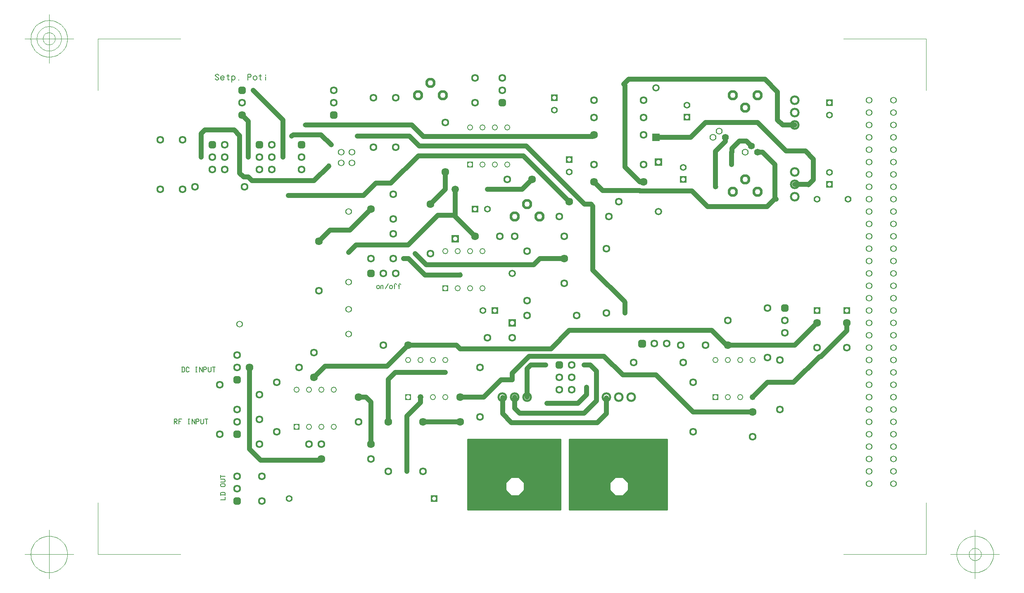
<source format=gbr>
G04 Generated by Ultiboard 10.0 *
%FSLAX25Y25*%
%MOIN*%

%ADD14C,0.04000*%
%ADD44C,0.00612*%
%ADD45C,0.00757*%
%ADD27C,0.01000*%
%ADD22C,0.00394*%
%ADD28C,0.03937X0.02362*%
%ADD31C,0.08334X0.04333*%
%ADD30C,0.05500X0.04000*%
%ADD29C,0.06334X0.03500*%
%ADD37R,0.05906X0.05906X0.03543*%
%ADD36C,0.05906X0.03543*%
%ADD32R,0.04900X0.04900X0.03500*%
%ADD33C,0.04900X0.03500*%
%ADD41C,0.05337X0.03937*%
%ADD34C,0.05512X0.03150*%
%ADD35R,0.05512X0.05512X0.03150*%
%ADD38R,0.02083X0.02083X0.03917*%
%ADD18C,0.03917*%
%ADD40C,0.07834X0.04667*%


G04 ColorRGB 00FF00 for the following layer *
%LNCopper Top*%
%LPD*%
%FSLAX25Y25*%
%MOIN*%
G54D14*
X457666Y266000D02*
X505625Y266000D01*
X505625Y266000D02*
X511625Y272000D01*
X512000Y300000D02*
X502000Y310000D01*
X502000Y310000D02*
X498000Y310000D01*
X498000Y334000D02*
X521000Y311000D01*
X514000Y358813D02*
X503813Y369000D01*
X394000Y369000D02*
X503813Y369000D01*
X494000Y112000D02*
X506000Y124000D01*
X506000Y124000D02*
X527000Y124000D01*
X473000Y154000D02*
X528000Y154000D01*
X229450Y210900D02*
X257900Y210900D01*
X228150Y322850D02*
X364850Y322850D01*
X224250Y307250D02*
X308943Y307250D01*
X225000Y315000D02*
X311000Y315000D01*
X254000Y280000D02*
X254000Y258000D01*
X254000Y258000D02*
X270000Y242000D01*
X317088Y218953D02*
X230497Y218953D01*
X240000Y259000D02*
X254000Y259000D01*
X255000Y154000D02*
X216000Y154000D01*
X228000Y92000D02*
X258000Y92000D01*
X255000Y154000D02*
X257800Y151200D01*
X186000Y264000D02*
X169000Y247000D01*
X216000Y235000D02*
X240000Y259000D01*
X97000Y61000D02*
X146293Y61000D01*
X88000Y70000D02*
X88000Y136000D01*
X88000Y70000D02*
X97000Y61000D01*
X140000Y128000D02*
X149000Y137000D01*
X200000Y126375D02*
X205625Y132000D01*
X200000Y92350D02*
X200000Y126375D01*
X186000Y108000D02*
X186000Y74000D01*
X186000Y108000D02*
X182000Y112000D01*
X146000Y63000D02*
X146000Y62000D01*
X182000Y112000D02*
X176000Y112000D01*
X215000Y52000D02*
X215000Y96864D01*
X226000Y107864D02*
X215000Y96864D01*
X226000Y112000D02*
X226000Y107864D01*
X174000Y235000D02*
X216000Y235000D01*
X149000Y137000D02*
X199000Y137000D01*
X153000Y247000D02*
X169000Y247000D01*
X144000Y238000D02*
X153000Y247000D01*
X168000Y229000D02*
X174000Y235000D01*
X205625Y132000D02*
X246000Y132000D01*
X199000Y137000D02*
X216000Y154000D01*
X216350Y224000D02*
X229450Y210900D01*
X221450Y228000D02*
X230497Y218953D01*
X216350Y224000D02*
X212250Y224000D01*
X180046Y275000D02*
X119125Y275000D01*
X91000Y287000D02*
X140050Y287000D01*
X123100Y324100D02*
X144750Y324100D01*
X122000Y323000D02*
X123100Y324100D01*
X52000Y328000D02*
X75468Y328000D01*
X49000Y325000D02*
X49000Y306000D01*
X49000Y325000D02*
X52000Y328000D01*
X87000Y306000D02*
X87000Y335000D01*
X80000Y293068D02*
X80000Y323468D01*
X115000Y306000D02*
X115000Y336000D01*
X87000Y290000D02*
X90000Y287000D01*
X80000Y293068D02*
X83068Y290000D01*
X83068Y290000D02*
X87000Y290000D01*
X115000Y336000D02*
X91000Y360000D01*
X87000Y335000D02*
X82000Y340000D01*
X75468Y328000D02*
X80000Y323468D01*
X202000Y285000D02*
X190046Y285000D01*
X190046Y285000D02*
X180046Y275000D01*
X217000Y323000D02*
X175000Y323000D01*
X133100Y332100D02*
X218900Y332100D01*
X145550Y324200D02*
X153750Y316000D01*
X151750Y298700D02*
X140050Y287000D01*
X217000Y323000D02*
X225000Y315000D01*
X224250Y307250D02*
X202000Y285000D01*
X234000Y268000D02*
X246000Y280000D01*
X246000Y280000D02*
X246000Y294000D01*
X228150Y322850D02*
X218900Y332100D01*
X365000Y214750D02*
X365000Y266568D01*
X368650Y91500D02*
X376000Y98850D01*
X376000Y98850D02*
X376000Y111500D01*
X346000Y166000D02*
X461000Y166000D01*
X313715Y145200D02*
X373998Y145200D01*
X374000Y145196D02*
X389196Y130000D01*
X365000Y214750D02*
X390450Y189300D01*
X368000Y109000D02*
X368000Y133000D01*
X312000Y135000D02*
X312000Y112000D01*
X300000Y126000D02*
X291000Y126000D01*
X291000Y126000D02*
X277000Y112000D01*
X300000Y126000D02*
X300000Y131485D01*
X299354Y91500D02*
X368650Y91500D01*
X306000Y99000D02*
X358000Y99000D01*
X277000Y112000D02*
X258000Y112000D01*
X292083Y98771D02*
X299354Y91500D01*
X302000Y103000D02*
X302000Y112000D01*
X302000Y103000D02*
X306000Y99000D01*
X292083Y111917D02*
X292083Y98771D01*
X353000Y107000D02*
X328000Y107000D01*
X358000Y99000D02*
X368000Y109000D01*
X360000Y114000D02*
X360000Y120000D01*
X360000Y114000D02*
X353000Y107000D01*
X322136Y224000D02*
X317088Y218953D01*
X312000Y135000D02*
X315000Y138000D01*
X315000Y138000D02*
X327000Y138000D01*
X257800Y151200D02*
X331200Y151200D01*
X300000Y131485D02*
X313715Y145200D01*
X331200Y151200D02*
X346000Y166000D01*
X368000Y133000D02*
X363000Y138000D01*
X363000Y138000D02*
X358000Y138000D01*
X342000Y224000D02*
X322136Y224000D01*
X416000Y130000D02*
X446000Y100000D01*
X446000Y100000D02*
X494000Y100000D01*
X391000Y188750D02*
X391000Y180000D01*
X389196Y130000D02*
X416000Y130000D01*
X461000Y166000D02*
X473000Y154000D01*
X373000Y279000D02*
X402864Y279000D01*
X308000Y280000D02*
X316000Y288000D01*
X346000Y270193D02*
X308943Y307250D01*
X311136Y315000D02*
X358136Y268000D01*
X280000Y280000D02*
X308000Y280000D01*
X366000Y286000D02*
X373000Y279000D01*
X358136Y268000D02*
X363568Y268000D01*
X363568Y268000D02*
X365000Y266568D01*
X366000Y324000D02*
X364850Y322850D01*
X403031Y278833D02*
X444833Y278833D01*
X444833Y278833D02*
X457666Y266000D01*
X444000Y322000D02*
X416000Y322000D01*
X444000Y322000D02*
X456000Y334000D01*
X391000Y298000D02*
X391000Y364000D01*
X403000Y286000D02*
X406000Y286000D01*
X391000Y298000D02*
X403000Y286000D01*
X394000Y369000D02*
X390000Y365000D01*
X390000Y365000D02*
X391000Y364000D01*
X493000Y315000D02*
X489000Y319000D01*
X477250Y310250D02*
X477250Y313000D01*
X483250Y319000D02*
X477250Y313000D01*
X464000Y310600D02*
X472000Y318600D01*
X472000Y318600D02*
X472000Y322000D01*
X464000Y282250D02*
X464000Y310600D01*
X477000Y310000D02*
X477000Y300000D01*
X477250Y310250D02*
X477000Y310000D01*
X456000Y334000D02*
X498000Y334000D01*
X483250Y319000D02*
X489000Y319000D01*
X527000Y124000D02*
X547833Y144833D01*
X548969Y144833D02*
X570000Y165864D01*
X570000Y165864D02*
X570000Y172000D01*
X546000Y172000D02*
X528000Y154000D01*
X547833Y144833D02*
X548969Y144833D01*
X521000Y311000D02*
X536402Y311000D01*
X536402Y311000D02*
X543000Y304402D01*
X543000Y287750D02*
X539000Y283750D01*
X538750Y284000D02*
X528000Y284000D01*
X512000Y272813D02*
X512000Y300000D01*
X511625Y272000D02*
X512812Y272000D01*
X512812Y272000D02*
X512000Y272813D01*
X543000Y287750D02*
X543000Y304402D01*
X514000Y336250D02*
X514000Y358813D01*
X518250Y332000D02*
X528000Y332000D01*
X518250Y332000D02*
X514000Y336250D01*
G54D44*
X64394Y29227D02*
X68331Y29227D01*
X68331Y29227D02*
X68331Y31578D01*
X68331Y32754D02*
X68331Y34322D01*
X68331Y34322D02*
X67543Y35106D01*
X67543Y35106D02*
X65181Y35106D01*
X65181Y35106D02*
X64394Y34322D01*
X64394Y34322D02*
X64394Y32754D01*
X64394Y33146D02*
X68331Y33146D01*
X67543Y39809D02*
X68331Y40593D01*
X68331Y40593D02*
X68331Y41377D01*
X68331Y41377D02*
X67543Y42161D01*
X67543Y42161D02*
X65181Y42161D01*
X65181Y42161D02*
X64394Y41377D01*
X64394Y41377D02*
X64394Y40593D01*
X64394Y40593D02*
X65181Y39809D01*
X65181Y39809D02*
X67543Y39809D01*
X64394Y43337D02*
X67543Y43337D01*
X67543Y43337D02*
X68331Y44121D01*
X68331Y44121D02*
X68331Y44905D01*
X68331Y44905D02*
X67543Y45689D01*
X67543Y45689D02*
X64394Y45689D01*
X68331Y48040D02*
X64394Y48040D01*
X64394Y46864D02*
X64394Y49216D01*
X27282Y90425D02*
X27282Y94362D01*
X27282Y94362D02*
X28850Y94362D01*
X28850Y94362D02*
X29633Y93575D01*
X29633Y93575D02*
X29633Y93181D01*
X29633Y93181D02*
X28850Y92394D01*
X28850Y92394D02*
X27282Y92394D01*
X27674Y92394D02*
X29633Y90425D01*
X30809Y90425D02*
X30809Y94362D01*
X30809Y94362D02*
X33161Y94362D01*
X30809Y92394D02*
X32377Y92394D01*
X38648Y90425D02*
X39432Y90425D01*
X38648Y94362D02*
X39432Y94362D01*
X39040Y90425D02*
X39040Y94362D01*
X41392Y90425D02*
X41392Y94362D01*
X41392Y94362D02*
X43744Y90425D01*
X43744Y90425D02*
X43744Y94362D01*
X44920Y90425D02*
X44920Y94362D01*
X44920Y94362D02*
X46487Y94362D01*
X46487Y94362D02*
X47271Y93575D01*
X47271Y93575D02*
X47271Y93181D01*
X47271Y93181D02*
X46487Y92394D01*
X46487Y92394D02*
X44920Y92394D01*
X48447Y94362D02*
X48447Y91213D01*
X48447Y91213D02*
X49231Y90425D01*
X49231Y90425D02*
X50015Y90425D01*
X50015Y90425D02*
X50799Y91213D01*
X50799Y91213D02*
X50799Y94362D01*
X53150Y90425D02*
X53150Y94362D01*
X51975Y94362D02*
X54326Y94362D01*
X33282Y132425D02*
X34850Y132425D01*
X34850Y132425D02*
X35633Y133213D01*
X35633Y133213D02*
X35633Y135575D01*
X35633Y135575D02*
X34850Y136362D01*
X34850Y136362D02*
X33282Y136362D01*
X33674Y136362D02*
X33674Y132425D01*
X39161Y133213D02*
X38377Y132425D01*
X38377Y132425D02*
X37593Y132425D01*
X37593Y132425D02*
X36809Y133213D01*
X36809Y133213D02*
X36809Y135575D01*
X36809Y135575D02*
X37593Y136362D01*
X37593Y136362D02*
X38377Y136362D01*
X38377Y136362D02*
X39161Y135575D01*
X44648Y132425D02*
X45432Y132425D01*
X44648Y136362D02*
X45432Y136362D01*
X45040Y132425D02*
X45040Y136362D01*
X47392Y132425D02*
X47392Y136362D01*
X47392Y136362D02*
X49744Y132425D01*
X49744Y132425D02*
X49744Y136362D01*
X50920Y132425D02*
X50920Y136362D01*
X50920Y136362D02*
X52487Y136362D01*
X52487Y136362D02*
X53271Y135575D01*
X53271Y135575D02*
X53271Y135181D01*
X53271Y135181D02*
X52487Y134394D01*
X52487Y134394D02*
X50920Y134394D01*
X54447Y136362D02*
X54447Y133213D01*
X54447Y133213D02*
X55231Y132425D01*
X55231Y132425D02*
X56015Y132425D01*
X56015Y132425D02*
X56799Y133213D01*
X56799Y133213D02*
X56799Y136362D01*
X59150Y132425D02*
X59150Y136362D01*
X57975Y136362D02*
X60326Y136362D01*
X190392Y200457D02*
X191176Y199669D01*
X191176Y199669D02*
X191960Y199669D01*
X191960Y199669D02*
X192744Y200457D01*
X192744Y200457D02*
X192744Y201638D01*
X192744Y201638D02*
X191960Y202425D01*
X191960Y202425D02*
X191176Y202425D01*
X191176Y202425D02*
X190392Y201638D01*
X190392Y201638D02*
X190392Y200457D01*
X193920Y199669D02*
X193920Y202031D01*
X193920Y202031D02*
X193920Y202425D01*
X193920Y202031D02*
X194311Y202425D01*
X194311Y202425D02*
X195095Y202425D01*
X195095Y202425D02*
X195487Y202031D01*
X195487Y202031D02*
X195487Y199669D01*
X199799Y203606D02*
X197447Y199669D01*
X200975Y200457D02*
X201759Y199669D01*
X201759Y199669D02*
X202542Y199669D01*
X202542Y199669D02*
X203326Y200457D01*
X203326Y200457D02*
X203326Y201638D01*
X203326Y201638D02*
X202542Y202425D01*
X202542Y202425D02*
X201759Y202425D01*
X201759Y202425D02*
X200975Y201638D01*
X200975Y201638D02*
X200975Y200457D01*
X204894Y199669D02*
X204894Y203213D01*
X204894Y203213D02*
X205286Y203606D01*
X205286Y203606D02*
X206070Y203606D01*
X206070Y203606D02*
X206462Y203213D01*
X204502Y202031D02*
X205286Y202031D01*
X208422Y199669D02*
X208422Y203213D01*
X208422Y203213D02*
X208814Y203606D01*
X208814Y203606D02*
X209598Y203606D01*
X209598Y203606D02*
X209989Y203213D01*
X208030Y202031D02*
X208814Y202031D01*
G54D45*
X60326Y369271D02*
X61294Y368298D01*
X61294Y368298D02*
X62263Y368298D01*
X62263Y368298D02*
X63232Y369271D01*
X63232Y369271D02*
X60326Y372190D01*
X60326Y372190D02*
X61294Y373163D01*
X61294Y373163D02*
X62263Y373163D01*
X62263Y373163D02*
X63232Y372190D01*
X67591Y369271D02*
X66622Y368298D01*
X66622Y368298D02*
X65654Y368298D01*
X65654Y368298D02*
X64685Y369271D01*
X64685Y369271D02*
X64685Y370731D01*
X64685Y370731D02*
X65654Y371704D01*
X65654Y371704D02*
X66622Y371704D01*
X66622Y371704D02*
X67591Y370731D01*
X67591Y370731D02*
X67107Y370244D01*
X67107Y370244D02*
X64685Y370244D01*
X71466Y368784D02*
X70982Y368298D01*
X70982Y368298D02*
X70497Y368784D01*
X70497Y368784D02*
X70497Y373163D01*
X69529Y371704D02*
X71466Y371704D01*
X73404Y369271D02*
X74372Y368298D01*
X74372Y368298D02*
X75341Y368298D01*
X75341Y368298D02*
X76310Y369271D01*
X76310Y369271D02*
X76310Y370731D01*
X76310Y370731D02*
X75341Y371704D01*
X75341Y371704D02*
X74372Y371704D01*
X74372Y371704D02*
X73404Y370731D01*
X73404Y366838D02*
X73404Y371704D01*
X79216Y368298D02*
X79216Y368784D01*
X86481Y368298D02*
X86481Y373163D01*
X86481Y373163D02*
X88419Y373163D01*
X88419Y373163D02*
X89388Y372190D01*
X89388Y372190D02*
X89388Y371704D01*
X89388Y371704D02*
X88419Y370731D01*
X88419Y370731D02*
X86481Y370731D01*
X90841Y369271D02*
X91810Y368298D01*
X91810Y368298D02*
X92778Y368298D01*
X92778Y368298D02*
X93747Y369271D01*
X93747Y369271D02*
X93747Y370731D01*
X93747Y370731D02*
X92778Y371704D01*
X92778Y371704D02*
X91810Y371704D01*
X91810Y371704D02*
X90841Y370731D01*
X90841Y370731D02*
X90841Y369271D01*
X97622Y368784D02*
X97138Y368298D01*
X97138Y368298D02*
X96653Y368784D01*
X96653Y368784D02*
X96653Y373163D01*
X95684Y371704D02*
X97622Y371704D01*
X101012Y368298D02*
X101012Y371217D01*
X101012Y372190D02*
X101012Y372677D01*
G54D27*
X385500Y78000D02*
X385500Y49500D01*
X385500Y49500D02*
X346000Y49500D01*
X346000Y49500D02*
X346000Y78000D01*
X346000Y78000D02*
X385500Y78000D01*
G36*
X385500Y78000D02*
X385500Y49500D01*
X346000Y49500D01*
X346000Y78000D01*
X385500Y78000D01*
G37*
X385500Y78000D02*
X385500Y49500D01*
X385500Y49500D02*
X346000Y49500D01*
X346000Y49500D02*
X346000Y78000D01*
X346000Y78000D02*
X385500Y78000D01*
X385500Y47406D02*
X382933Y47406D01*
X382933Y47406D02*
X378594Y43067D01*
X378594Y43067D02*
X378594Y36933D01*
X378594Y36933D02*
X382933Y32594D01*
X382933Y32594D02*
X385500Y32594D01*
X385500Y32594D02*
X385500Y21000D01*
X385500Y21000D02*
X346000Y21000D01*
X346000Y21000D02*
X346000Y49500D01*
X346000Y49500D02*
X385500Y49500D01*
X385500Y49500D02*
X385500Y47406D01*
G36*
X385500Y47406D02*
X382933Y47406D01*
X378594Y43067D01*
X378594Y36933D01*
X382933Y32594D01*
X385500Y32594D01*
X385500Y21000D01*
X346000Y21000D01*
X346000Y49500D01*
X385500Y49500D01*
X385500Y47406D01*
G37*
X385500Y47406D02*
X382933Y47406D01*
X382933Y47406D02*
X378594Y43067D01*
X378594Y43067D02*
X378594Y36933D01*
X378594Y36933D02*
X382933Y32594D01*
X382933Y32594D02*
X385500Y32594D01*
X385500Y32594D02*
X385500Y21000D01*
X385500Y21000D02*
X346000Y21000D01*
X346000Y21000D02*
X346000Y49500D01*
X346000Y49500D02*
X385500Y49500D01*
X385500Y49500D02*
X385500Y47406D01*
X385500Y49500D02*
X385500Y78000D01*
X385500Y78000D02*
X425000Y78000D01*
X425000Y78000D02*
X425000Y49500D01*
X425000Y49500D02*
X385500Y49500D01*
G36*
X385500Y49500D02*
X385500Y78000D01*
X425000Y78000D01*
X425000Y49500D01*
X385500Y49500D01*
G37*
X385500Y49500D02*
X385500Y78000D01*
X385500Y78000D02*
X425000Y78000D01*
X425000Y78000D02*
X425000Y49500D01*
X425000Y49500D02*
X385500Y49500D01*
X385500Y32594D02*
X389067Y32594D01*
X389067Y32594D02*
X393406Y36933D01*
X393406Y36933D02*
X393406Y43067D01*
X393406Y43067D02*
X389067Y47406D01*
X389067Y47406D02*
X385500Y47406D01*
X385500Y47406D02*
X385500Y49500D01*
X385500Y49500D02*
X425000Y49500D01*
X425000Y49500D02*
X425000Y21000D01*
X425000Y21000D02*
X385500Y21000D01*
X385500Y21000D02*
X385500Y32594D01*
G36*
X385500Y32594D02*
X389067Y32594D01*
X393406Y36933D01*
X393406Y43067D01*
X389067Y47406D01*
X385500Y47406D01*
X385500Y49500D01*
X425000Y49500D01*
X425000Y21000D01*
X385500Y21000D01*
X385500Y32594D01*
G37*
X385500Y32594D02*
X389067Y32594D01*
X389067Y32594D02*
X393406Y36933D01*
X393406Y36933D02*
X393406Y43067D01*
X393406Y43067D02*
X389067Y47406D01*
X389067Y47406D02*
X385500Y47406D01*
X385500Y47406D02*
X385500Y49500D01*
X385500Y49500D02*
X425000Y49500D01*
X425000Y49500D02*
X425000Y21000D01*
X425000Y21000D02*
X385500Y21000D01*
X385500Y21000D02*
X385500Y32594D01*
X301500Y49500D02*
X301500Y78000D01*
X301500Y78000D02*
X339000Y78000D01*
X339000Y78000D02*
X339000Y49500D01*
X339000Y49500D02*
X301500Y49500D01*
G36*
X301500Y49500D02*
X301500Y78000D01*
X339000Y78000D01*
X339000Y49500D01*
X301500Y49500D01*
G37*
X301500Y49500D02*
X301500Y78000D01*
X301500Y78000D02*
X339000Y78000D01*
X339000Y78000D02*
X339000Y49500D01*
X339000Y49500D02*
X301500Y49500D01*
X301500Y32594D02*
X305067Y32594D01*
X305067Y32594D02*
X309406Y36933D01*
X309406Y36933D02*
X309406Y43067D01*
X309406Y43067D02*
X305067Y47406D01*
X305067Y47406D02*
X301500Y47406D01*
X301500Y47406D02*
X301500Y49500D01*
X301500Y49500D02*
X339000Y49500D01*
X339000Y49500D02*
X339000Y21000D01*
X339000Y21000D02*
X301500Y21000D01*
X301500Y21000D02*
X301500Y32594D01*
G36*
X301500Y32594D02*
X305067Y32594D01*
X309406Y36933D01*
X309406Y43067D01*
X305067Y47406D01*
X301500Y47406D01*
X301500Y49500D01*
X339000Y49500D01*
X339000Y21000D01*
X301500Y21000D01*
X301500Y32594D01*
G37*
X301500Y32594D02*
X305067Y32594D01*
X305067Y32594D02*
X309406Y36933D01*
X309406Y36933D02*
X309406Y43067D01*
X309406Y43067D02*
X305067Y47406D01*
X305067Y47406D02*
X301500Y47406D01*
X301500Y47406D02*
X301500Y49500D01*
X301500Y49500D02*
X339000Y49500D01*
X339000Y49500D02*
X339000Y21000D01*
X339000Y21000D02*
X301500Y21000D01*
X301500Y21000D02*
X301500Y32594D01*
X301500Y78000D02*
X301500Y49500D01*
X301500Y49500D02*
X264000Y49500D01*
X264000Y49500D02*
X264000Y78000D01*
X264000Y78000D02*
X301500Y78000D01*
G36*
X301500Y78000D02*
X301500Y49500D01*
X264000Y49500D01*
X264000Y78000D01*
X301500Y78000D01*
G37*
X301500Y78000D02*
X301500Y49500D01*
X301500Y49500D02*
X264000Y49500D01*
X264000Y49500D02*
X264000Y78000D01*
X264000Y78000D02*
X301500Y78000D01*
X301500Y47406D02*
X298933Y47406D01*
X298933Y47406D02*
X294594Y43067D01*
X294594Y43067D02*
X294594Y36933D01*
X294594Y36933D02*
X298933Y32594D01*
X298933Y32594D02*
X301500Y32594D01*
X301500Y32594D02*
X301500Y21000D01*
X301500Y21000D02*
X264000Y21000D01*
X264000Y21000D02*
X264000Y49500D01*
X264000Y49500D02*
X301500Y49500D01*
X301500Y49500D02*
X301500Y47406D01*
G36*
X301500Y47406D02*
X298933Y47406D01*
X294594Y43067D01*
X294594Y36933D01*
X298933Y32594D01*
X301500Y32594D01*
X301500Y21000D01*
X264000Y21000D01*
X264000Y49500D01*
X301500Y49500D01*
X301500Y47406D01*
G37*
X301500Y47406D02*
X298933Y47406D01*
X298933Y47406D02*
X294594Y43067D01*
X294594Y43067D02*
X294594Y36933D01*
X294594Y36933D02*
X298933Y32594D01*
X298933Y32594D02*
X301500Y32594D01*
X301500Y32594D02*
X301500Y21000D01*
X301500Y21000D02*
X264000Y21000D01*
X264000Y21000D02*
X264000Y49500D01*
X264000Y49500D02*
X301500Y49500D01*
X301500Y49500D02*
X301500Y47406D01*
G54D22*
X-34512Y-14937D02*
X-34512Y26744D01*
X-34512Y-14937D02*
X32339Y-14937D01*
X634000Y-14937D02*
X567149Y-14937D01*
X634000Y-14937D02*
X634000Y26744D01*
X634000Y401874D02*
X634000Y360193D01*
X634000Y401874D02*
X567149Y401874D01*
X-34512Y401874D02*
X32339Y401874D01*
X-34512Y401874D02*
X-34512Y360193D01*
X-54197Y-14937D02*
X-93567Y-14937D01*
X-73882Y-34622D02*
X-73882Y4748D01*
X-59118Y-14937D02*
X-59189Y-13490D01*
X-59189Y-13490D02*
X-59402Y-12057D01*
X-59402Y-12057D02*
X-59754Y-10651D01*
X-59754Y-10651D02*
X-60242Y-9287D01*
X-60242Y-9287D02*
X-60861Y-7977D01*
X-60861Y-7977D02*
X-61606Y-6735D01*
X-61606Y-6735D02*
X-62469Y-5571D01*
X-62469Y-5571D02*
X-63442Y-4497D01*
X-63442Y-4497D02*
X-64516Y-3524D01*
X-64516Y-3524D02*
X-65680Y-2661D01*
X-65680Y-2661D02*
X-66922Y-1917D01*
X-66922Y-1917D02*
X-68232Y-1297D01*
X-68232Y-1297D02*
X-69596Y-809D01*
X-69596Y-809D02*
X-71002Y-457D01*
X-71002Y-457D02*
X-72435Y-244D01*
X-72435Y-244D02*
X-73882Y-173D01*
X-73882Y-173D02*
X-75329Y-244D01*
X-75329Y-244D02*
X-76762Y-457D01*
X-76762Y-457D02*
X-78168Y-809D01*
X-78168Y-809D02*
X-79532Y-1297D01*
X-79532Y-1297D02*
X-80841Y-1917D01*
X-80841Y-1917D02*
X-82084Y-2661D01*
X-82084Y-2661D02*
X-83248Y-3524D01*
X-83248Y-3524D02*
X-84321Y-4497D01*
X-84321Y-4497D02*
X-85294Y-5571D01*
X-85294Y-5571D02*
X-86158Y-6735D01*
X-86158Y-6735D02*
X-86902Y-7977D01*
X-86902Y-7977D02*
X-87522Y-9287D01*
X-87522Y-9287D02*
X-88010Y-10651D01*
X-88010Y-10651D02*
X-88362Y-12057D01*
X-88362Y-12057D02*
X-88575Y-13490D01*
X-88575Y-13490D02*
X-88646Y-14937D01*
X-88646Y-14937D02*
X-88575Y-16384D01*
X-88575Y-16384D02*
X-88362Y-17817D01*
X-88362Y-17817D02*
X-88010Y-19223D01*
X-88010Y-19223D02*
X-87522Y-20587D01*
X-87522Y-20587D02*
X-86902Y-21897D01*
X-86902Y-21897D02*
X-86158Y-23139D01*
X-86158Y-23139D02*
X-85294Y-24303D01*
X-85294Y-24303D02*
X-84321Y-25377D01*
X-84321Y-25377D02*
X-83248Y-26350D01*
X-83248Y-26350D02*
X-82084Y-27213D01*
X-82084Y-27213D02*
X-80841Y-27957D01*
X-80841Y-27957D02*
X-79532Y-28577D01*
X-79532Y-28577D02*
X-78168Y-29065D01*
X-78168Y-29065D02*
X-76762Y-29417D01*
X-76762Y-29417D02*
X-75329Y-29630D01*
X-75329Y-29630D02*
X-73882Y-29701D01*
X-73882Y-29701D02*
X-72435Y-29630D01*
X-72435Y-29630D02*
X-71002Y-29417D01*
X-71002Y-29417D02*
X-69596Y-29065D01*
X-69596Y-29065D02*
X-68232Y-28577D01*
X-68232Y-28577D02*
X-66922Y-27957D01*
X-66922Y-27957D02*
X-65680Y-27213D01*
X-65680Y-27213D02*
X-64516Y-26350D01*
X-64516Y-26350D02*
X-63442Y-25377D01*
X-63442Y-25377D02*
X-62469Y-24303D01*
X-62469Y-24303D02*
X-61606Y-23139D01*
X-61606Y-23139D02*
X-60861Y-21897D01*
X-60861Y-21897D02*
X-60242Y-20587D01*
X-60242Y-20587D02*
X-59754Y-19223D01*
X-59754Y-19223D02*
X-59402Y-17817D01*
X-59402Y-17817D02*
X-59189Y-16384D01*
X-59189Y-16384D02*
X-59118Y-14937D01*
X653685Y-14937D02*
X693055Y-14937D01*
X673370Y-34622D02*
X673370Y4748D01*
X688134Y-14937D02*
X688063Y-13490D01*
X688063Y-13490D02*
X687850Y-12057D01*
X687850Y-12057D02*
X687498Y-10651D01*
X687498Y-10651D02*
X687010Y-9287D01*
X687010Y-9287D02*
X686391Y-7977D01*
X686391Y-7977D02*
X685646Y-6735D01*
X685646Y-6735D02*
X684783Y-5571D01*
X684783Y-5571D02*
X683810Y-4497D01*
X683810Y-4497D02*
X682736Y-3524D01*
X682736Y-3524D02*
X681572Y-2661D01*
X681572Y-2661D02*
X680330Y-1917D01*
X680330Y-1917D02*
X679020Y-1297D01*
X679020Y-1297D02*
X677656Y-809D01*
X677656Y-809D02*
X676250Y-457D01*
X676250Y-457D02*
X674817Y-244D01*
X674817Y-244D02*
X673370Y-173D01*
X673370Y-173D02*
X671923Y-244D01*
X671923Y-244D02*
X670490Y-457D01*
X670490Y-457D02*
X669084Y-809D01*
X669084Y-809D02*
X667720Y-1297D01*
X667720Y-1297D02*
X666410Y-1917D01*
X666410Y-1917D02*
X665168Y-2661D01*
X665168Y-2661D02*
X664004Y-3524D01*
X664004Y-3524D02*
X662931Y-4497D01*
X662931Y-4497D02*
X661958Y-5571D01*
X661958Y-5571D02*
X661094Y-6735D01*
X661094Y-6735D02*
X660350Y-7977D01*
X660350Y-7977D02*
X659730Y-9287D01*
X659730Y-9287D02*
X659242Y-10651D01*
X659242Y-10651D02*
X658890Y-12057D01*
X658890Y-12057D02*
X658677Y-13490D01*
X658677Y-13490D02*
X658606Y-14937D01*
X658606Y-14937D02*
X658677Y-16384D01*
X658677Y-16384D02*
X658890Y-17817D01*
X658890Y-17817D02*
X659242Y-19223D01*
X659242Y-19223D02*
X659730Y-20587D01*
X659730Y-20587D02*
X660350Y-21897D01*
X660350Y-21897D02*
X661094Y-23139D01*
X661094Y-23139D02*
X661958Y-24303D01*
X661958Y-24303D02*
X662931Y-25377D01*
X662931Y-25377D02*
X664004Y-26350D01*
X664004Y-26350D02*
X665168Y-27213D01*
X665168Y-27213D02*
X666410Y-27957D01*
X666410Y-27957D02*
X667720Y-28577D01*
X667720Y-28577D02*
X669084Y-29065D01*
X669084Y-29065D02*
X670490Y-29417D01*
X670490Y-29417D02*
X671923Y-29630D01*
X671923Y-29630D02*
X673370Y-29701D01*
X673370Y-29701D02*
X674817Y-29630D01*
X674817Y-29630D02*
X676250Y-29417D01*
X676250Y-29417D02*
X677656Y-29065D01*
X677656Y-29065D02*
X679020Y-28577D01*
X679020Y-28577D02*
X680330Y-27957D01*
X680330Y-27957D02*
X681572Y-27213D01*
X681572Y-27213D02*
X682736Y-26350D01*
X682736Y-26350D02*
X683810Y-25377D01*
X683810Y-25377D02*
X684783Y-24303D01*
X684783Y-24303D02*
X685646Y-23139D01*
X685646Y-23139D02*
X686391Y-21897D01*
X686391Y-21897D02*
X687010Y-20587D01*
X687010Y-20587D02*
X687498Y-19223D01*
X687498Y-19223D02*
X687850Y-17817D01*
X687850Y-17817D02*
X688063Y-16384D01*
X688063Y-16384D02*
X688134Y-14937D01*
X678291Y-14937D02*
X678268Y-14455D01*
X678268Y-14455D02*
X678197Y-13977D01*
X678197Y-13977D02*
X678079Y-13508D01*
X678079Y-13508D02*
X677917Y-13054D01*
X677917Y-13054D02*
X677710Y-12617D01*
X677710Y-12617D02*
X677462Y-12203D01*
X677462Y-12203D02*
X677174Y-11815D01*
X677174Y-11815D02*
X676850Y-11457D01*
X676850Y-11457D02*
X676492Y-11133D01*
X676492Y-11133D02*
X676104Y-10845D01*
X676104Y-10845D02*
X675690Y-10597D01*
X675690Y-10597D02*
X675253Y-10390D01*
X675253Y-10390D02*
X674799Y-10228D01*
X674799Y-10228D02*
X674330Y-10110D01*
X674330Y-10110D02*
X673852Y-10039D01*
X673852Y-10039D02*
X673370Y-10016D01*
X673370Y-10016D02*
X672888Y-10039D01*
X672888Y-10039D02*
X672410Y-10110D01*
X672410Y-10110D02*
X671942Y-10228D01*
X671942Y-10228D02*
X671487Y-10390D01*
X671487Y-10390D02*
X671050Y-10597D01*
X671050Y-10597D02*
X670636Y-10845D01*
X670636Y-10845D02*
X670248Y-11133D01*
X670248Y-11133D02*
X669890Y-11457D01*
X669890Y-11457D02*
X669566Y-11815D01*
X669566Y-11815D02*
X669278Y-12203D01*
X669278Y-12203D02*
X669030Y-12617D01*
X669030Y-12617D02*
X668823Y-13054D01*
X668823Y-13054D02*
X668661Y-13508D01*
X668661Y-13508D02*
X668543Y-13977D01*
X668543Y-13977D02*
X668473Y-14455D01*
X668473Y-14455D02*
X668449Y-14937D01*
X668449Y-14937D02*
X668473Y-15419D01*
X668473Y-15419D02*
X668543Y-15897D01*
X668543Y-15897D02*
X668661Y-16366D01*
X668661Y-16366D02*
X668823Y-16820D01*
X668823Y-16820D02*
X669030Y-17257D01*
X669030Y-17257D02*
X669278Y-17671D01*
X669278Y-17671D02*
X669566Y-18059D01*
X669566Y-18059D02*
X669890Y-18417D01*
X669890Y-18417D02*
X670248Y-18741D01*
X670248Y-18741D02*
X670636Y-19029D01*
X670636Y-19029D02*
X671050Y-19277D01*
X671050Y-19277D02*
X671487Y-19484D01*
X671487Y-19484D02*
X671942Y-19646D01*
X671942Y-19646D02*
X672410Y-19764D01*
X672410Y-19764D02*
X672888Y-19835D01*
X672888Y-19835D02*
X673370Y-19858D01*
X673370Y-19858D02*
X673852Y-19835D01*
X673852Y-19835D02*
X674330Y-19764D01*
X674330Y-19764D02*
X674799Y-19646D01*
X674799Y-19646D02*
X675253Y-19484D01*
X675253Y-19484D02*
X675690Y-19277D01*
X675690Y-19277D02*
X676104Y-19029D01*
X676104Y-19029D02*
X676492Y-18741D01*
X676492Y-18741D02*
X676850Y-18417D01*
X676850Y-18417D02*
X677174Y-18059D01*
X677174Y-18059D02*
X677462Y-17671D01*
X677462Y-17671D02*
X677710Y-17257D01*
X677710Y-17257D02*
X677917Y-16820D01*
X677917Y-16820D02*
X678079Y-16366D01*
X678079Y-16366D02*
X678197Y-15897D01*
X678197Y-15897D02*
X678268Y-15419D01*
X678268Y-15419D02*
X678291Y-14937D01*
X-54197Y401874D02*
X-93567Y401874D01*
X-73882Y382189D02*
X-73882Y421559D01*
X-59118Y401874D02*
X-59189Y403321D01*
X-59189Y403321D02*
X-59402Y404754D01*
X-59402Y404754D02*
X-59754Y406160D01*
X-59754Y406160D02*
X-60242Y407524D01*
X-60242Y407524D02*
X-60861Y408834D01*
X-60861Y408834D02*
X-61606Y410076D01*
X-61606Y410076D02*
X-62469Y411240D01*
X-62469Y411240D02*
X-63442Y412314D01*
X-63442Y412314D02*
X-64516Y413287D01*
X-64516Y413287D02*
X-65680Y414150D01*
X-65680Y414150D02*
X-66922Y414895D01*
X-66922Y414895D02*
X-68232Y415514D01*
X-68232Y415514D02*
X-69596Y416002D01*
X-69596Y416002D02*
X-71002Y416354D01*
X-71002Y416354D02*
X-72435Y416567D01*
X-72435Y416567D02*
X-73882Y416638D01*
X-73882Y416638D02*
X-75329Y416567D01*
X-75329Y416567D02*
X-76762Y416354D01*
X-76762Y416354D02*
X-78168Y416002D01*
X-78168Y416002D02*
X-79532Y415514D01*
X-79532Y415514D02*
X-80841Y414895D01*
X-80841Y414895D02*
X-82084Y414150D01*
X-82084Y414150D02*
X-83248Y413287D01*
X-83248Y413287D02*
X-84321Y412314D01*
X-84321Y412314D02*
X-85294Y411240D01*
X-85294Y411240D02*
X-86158Y410076D01*
X-86158Y410076D02*
X-86902Y408834D01*
X-86902Y408834D02*
X-87522Y407524D01*
X-87522Y407524D02*
X-88010Y406160D01*
X-88010Y406160D02*
X-88362Y404754D01*
X-88362Y404754D02*
X-88575Y403321D01*
X-88575Y403321D02*
X-88646Y401874D01*
X-88646Y401874D02*
X-88575Y400427D01*
X-88575Y400427D02*
X-88362Y398994D01*
X-88362Y398994D02*
X-88010Y397588D01*
X-88010Y397588D02*
X-87522Y396224D01*
X-87522Y396224D02*
X-86902Y394914D01*
X-86902Y394914D02*
X-86158Y393672D01*
X-86158Y393672D02*
X-85294Y392508D01*
X-85294Y392508D02*
X-84321Y391434D01*
X-84321Y391434D02*
X-83248Y390461D01*
X-83248Y390461D02*
X-82084Y389598D01*
X-82084Y389598D02*
X-80841Y388854D01*
X-80841Y388854D02*
X-79532Y388234D01*
X-79532Y388234D02*
X-78168Y387746D01*
X-78168Y387746D02*
X-76762Y387394D01*
X-76762Y387394D02*
X-75329Y387181D01*
X-75329Y387181D02*
X-73882Y387110D01*
X-73882Y387110D02*
X-72435Y387181D01*
X-72435Y387181D02*
X-71002Y387394D01*
X-71002Y387394D02*
X-69596Y387746D01*
X-69596Y387746D02*
X-68232Y388234D01*
X-68232Y388234D02*
X-66922Y388854D01*
X-66922Y388854D02*
X-65680Y389598D01*
X-65680Y389598D02*
X-64516Y390461D01*
X-64516Y390461D02*
X-63442Y391434D01*
X-63442Y391434D02*
X-62469Y392508D01*
X-62469Y392508D02*
X-61606Y393672D01*
X-61606Y393672D02*
X-60861Y394914D01*
X-60861Y394914D02*
X-60242Y396224D01*
X-60242Y396224D02*
X-59754Y397588D01*
X-59754Y397588D02*
X-59402Y398994D01*
X-59402Y398994D02*
X-59189Y400427D01*
X-59189Y400427D02*
X-59118Y401874D01*
X-64039Y401874D02*
X-64087Y402839D01*
X-64087Y402839D02*
X-64228Y403794D01*
X-64228Y403794D02*
X-64463Y404731D01*
X-64463Y404731D02*
X-64789Y405641D01*
X-64789Y405641D02*
X-65202Y406514D01*
X-65202Y406514D02*
X-65698Y407342D01*
X-65698Y407342D02*
X-66274Y408118D01*
X-66274Y408118D02*
X-66922Y408834D01*
X-66922Y408834D02*
X-67638Y409482D01*
X-67638Y409482D02*
X-68414Y410058D01*
X-68414Y410058D02*
X-69242Y410554D01*
X-69242Y410554D02*
X-70115Y410967D01*
X-70115Y410967D02*
X-71025Y411293D01*
X-71025Y411293D02*
X-71962Y411527D01*
X-71962Y411527D02*
X-72917Y411669D01*
X-72917Y411669D02*
X-73882Y411717D01*
X-73882Y411717D02*
X-74847Y411669D01*
X-74847Y411669D02*
X-75802Y411527D01*
X-75802Y411527D02*
X-76739Y411293D01*
X-76739Y411293D02*
X-77648Y410967D01*
X-77648Y410967D02*
X-78522Y410554D01*
X-78522Y410554D02*
X-79350Y410058D01*
X-79350Y410058D02*
X-80126Y409482D01*
X-80126Y409482D02*
X-80842Y408834D01*
X-80842Y408834D02*
X-81490Y408118D01*
X-81490Y408118D02*
X-82066Y407342D01*
X-82066Y407342D02*
X-82562Y406514D01*
X-82562Y406514D02*
X-82975Y405641D01*
X-82975Y405641D02*
X-83301Y404731D01*
X-83301Y404731D02*
X-83535Y403794D01*
X-83535Y403794D02*
X-83677Y402839D01*
X-83677Y402839D02*
X-83724Y401874D01*
X-83724Y401874D02*
X-83677Y400909D01*
X-83677Y400909D02*
X-83535Y399954D01*
X-83535Y399954D02*
X-83301Y399017D01*
X-83301Y399017D02*
X-82975Y398107D01*
X-82975Y398107D02*
X-82562Y397234D01*
X-82562Y397234D02*
X-82066Y396406D01*
X-82066Y396406D02*
X-81490Y395630D01*
X-81490Y395630D02*
X-80842Y394914D01*
X-80842Y394914D02*
X-80126Y394266D01*
X-80126Y394266D02*
X-79350Y393690D01*
X-79350Y393690D02*
X-78522Y393194D01*
X-78522Y393194D02*
X-77648Y392781D01*
X-77648Y392781D02*
X-76739Y392455D01*
X-76739Y392455D02*
X-75802Y392221D01*
X-75802Y392221D02*
X-74847Y392079D01*
X-74847Y392079D02*
X-73882Y392031D01*
X-73882Y392031D02*
X-72917Y392079D01*
X-72917Y392079D02*
X-71962Y392221D01*
X-71962Y392221D02*
X-71025Y392455D01*
X-71025Y392455D02*
X-70115Y392781D01*
X-70115Y392781D02*
X-69242Y393194D01*
X-69242Y393194D02*
X-68414Y393690D01*
X-68414Y393690D02*
X-67638Y394266D01*
X-67638Y394266D02*
X-66922Y394914D01*
X-66922Y394914D02*
X-66274Y395630D01*
X-66274Y395630D02*
X-65698Y396406D01*
X-65698Y396406D02*
X-65202Y397234D01*
X-65202Y397234D02*
X-64789Y398107D01*
X-64789Y398107D02*
X-64463Y399017D01*
X-64463Y399017D02*
X-64228Y399954D01*
X-64228Y399954D02*
X-64087Y400909D01*
X-64087Y400909D02*
X-64039Y401874D01*
X-68961Y401874D02*
X-68984Y402356D01*
X-68984Y402356D02*
X-69055Y402834D01*
X-69055Y402834D02*
X-69173Y403303D01*
X-69173Y403303D02*
X-69335Y403757D01*
X-69335Y403757D02*
X-69542Y404194D01*
X-69542Y404194D02*
X-69790Y404608D01*
X-69790Y404608D02*
X-70078Y404996D01*
X-70078Y404996D02*
X-70402Y405354D01*
X-70402Y405354D02*
X-70760Y405678D01*
X-70760Y405678D02*
X-71148Y405966D01*
X-71148Y405966D02*
X-71562Y406214D01*
X-71562Y406214D02*
X-71999Y406421D01*
X-71999Y406421D02*
X-72453Y406583D01*
X-72453Y406583D02*
X-72922Y406701D01*
X-72922Y406701D02*
X-73400Y406772D01*
X-73400Y406772D02*
X-73882Y406795D01*
X-73882Y406795D02*
X-74364Y406772D01*
X-74364Y406772D02*
X-74842Y406701D01*
X-74842Y406701D02*
X-75310Y406583D01*
X-75310Y406583D02*
X-75765Y406421D01*
X-75765Y406421D02*
X-76202Y406214D01*
X-76202Y406214D02*
X-76616Y405966D01*
X-76616Y405966D02*
X-77004Y405678D01*
X-77004Y405678D02*
X-77362Y405354D01*
X-77362Y405354D02*
X-77686Y404996D01*
X-77686Y404996D02*
X-77974Y404608D01*
X-77974Y404608D02*
X-78222Y404194D01*
X-78222Y404194D02*
X-78429Y403757D01*
X-78429Y403757D02*
X-78591Y403303D01*
X-78591Y403303D02*
X-78709Y402834D01*
X-78709Y402834D02*
X-78779Y402356D01*
X-78779Y402356D02*
X-78803Y401874D01*
X-78803Y401874D02*
X-78779Y401392D01*
X-78779Y401392D02*
X-78709Y400914D01*
X-78709Y400914D02*
X-78591Y400445D01*
X-78591Y400445D02*
X-78429Y399991D01*
X-78429Y399991D02*
X-78222Y399554D01*
X-78222Y399554D02*
X-77974Y399140D01*
X-77974Y399140D02*
X-77686Y398752D01*
X-77686Y398752D02*
X-77362Y398394D01*
X-77362Y398394D02*
X-77004Y398070D01*
X-77004Y398070D02*
X-76616Y397782D01*
X-76616Y397782D02*
X-76202Y397534D01*
X-76202Y397534D02*
X-75765Y397327D01*
X-75765Y397327D02*
X-75310Y397165D01*
X-75310Y397165D02*
X-74842Y397047D01*
X-74842Y397047D02*
X-74364Y396976D01*
X-74364Y396976D02*
X-73882Y396953D01*
X-73882Y396953D02*
X-73400Y396976D01*
X-73400Y396976D02*
X-72922Y397047D01*
X-72922Y397047D02*
X-72453Y397165D01*
X-72453Y397165D02*
X-71999Y397327D01*
X-71999Y397327D02*
X-71562Y397534D01*
X-71562Y397534D02*
X-71148Y397782D01*
X-71148Y397782D02*
X-70760Y398070D01*
X-70760Y398070D02*
X-70402Y398394D01*
X-70402Y398394D02*
X-70078Y398752D01*
X-70078Y398752D02*
X-69790Y399140D01*
X-69790Y399140D02*
X-69542Y399554D01*
X-69542Y399554D02*
X-69335Y399991D01*
X-69335Y399991D02*
X-69173Y400445D01*
X-69173Y400445D02*
X-69055Y400914D01*
X-69055Y400914D02*
X-68984Y401392D01*
X-68984Y401392D02*
X-68961Y401874D01*
G54D28*
X215000Y52000D03*
X168000Y229000D03*
X246000Y132000D03*
X221450Y228000D03*
X212250Y224000D03*
X49000Y306000D03*
X80000Y316000D03*
X87000Y306000D03*
X103000Y287000D03*
X119125Y275000D03*
X115000Y306000D03*
X91000Y360000D03*
X122000Y323000D03*
X154000Y316000D03*
X152000Y299000D03*
X133000Y332000D03*
X175000Y323000D03*
X376000Y111500D03*
X300000Y126000D03*
X328000Y107000D03*
X360000Y120000D03*
X258000Y211000D03*
X327000Y138000D03*
X358000Y138000D03*
X390833Y130167D03*
X391000Y180000D03*
X311000Y315000D03*
X280000Y280000D03*
X464250Y282000D03*
X464000Y307000D03*
X477000Y300000D03*
G54D31*
X488000Y346000D03*
X478000Y356000D03*
X498000Y356000D03*
X488000Y288000D03*
X478000Y278000D03*
X498000Y278000D03*
X224000Y356000D03*
X234000Y366000D03*
X244000Y356000D03*
X312000Y268000D03*
X302000Y258000D03*
X322000Y258000D03*
G54D30*
X493000Y315000D03*
X488000Y310000D03*
X498000Y310000D03*
X472000Y322000D03*
X467000Y327000D03*
X462000Y322000D03*
G54D29*
X494000Y80000D03*
X494000Y100000D03*
X506000Y144000D03*
X506000Y184000D03*
X258000Y92000D03*
X258000Y112000D03*
X234000Y228000D03*
X234000Y268000D03*
X186000Y224000D03*
X186000Y264000D03*
X96000Y74000D03*
X136000Y74000D03*
X128000Y136000D03*
X88000Y136000D03*
X78000Y136000D03*
X78000Y146000D03*
X110000Y124000D03*
X110000Y84000D03*
X64000Y82000D03*
X64000Y122000D03*
X98000Y28000D03*
X98000Y48000D03*
X78000Y48000D03*
X78000Y38000D03*
X96000Y94000D03*
X96000Y114000D03*
X78000Y92000D03*
X78000Y102000D03*
X140000Y128000D03*
X140000Y148000D03*
X186000Y74000D03*
X146000Y74000D03*
X186000Y62000D03*
X146000Y62000D03*
X176000Y92000D03*
X176000Y112000D03*
X200000Y52000D03*
X200000Y92000D03*
X228000Y52000D03*
X228000Y92000D03*
X206000Y212000D03*
X196000Y212000D03*
X144000Y198000D03*
X144000Y238000D03*
X196000Y154000D03*
X216000Y154000D03*
X204000Y224000D03*
X204000Y244000D03*
X130000Y296000D03*
X130000Y306000D03*
X58000Y296000D03*
X58000Y306000D03*
X68000Y316000D03*
X68000Y296000D03*
X68000Y306000D03*
X44000Y282000D03*
X84000Y282000D03*
X16000Y280000D03*
X16000Y320000D03*
X34000Y280000D03*
X34000Y320000D03*
X106000Y316000D03*
X96000Y296000D03*
X96000Y306000D03*
X106000Y296000D03*
X106000Y306000D03*
X82000Y340000D03*
X82000Y350000D03*
X188000Y314000D03*
X188000Y354000D03*
X156000Y360000D03*
X156000Y350000D03*
X206000Y314000D03*
X206000Y354000D03*
X246000Y294000D03*
X246000Y334000D03*
X204000Y276000D03*
X204000Y256000D03*
X376000Y180000D03*
X376000Y232000D03*
X274000Y96000D03*
X274000Y136000D03*
X338000Y128000D03*
X348000Y128000D03*
X348000Y118000D03*
X338000Y118000D03*
X348000Y138000D03*
X302000Y242000D03*
X342000Y242000D03*
X312000Y190000D03*
X312000Y230000D03*
X312000Y178000D03*
X352000Y178000D03*
X280000Y160000D03*
X300000Y160000D03*
X270000Y242000D03*
X290000Y242000D03*
X342000Y204000D03*
X342000Y224000D03*
X446000Y124000D03*
X446000Y84000D03*
X436000Y154000D03*
X456000Y154000D03*
X438000Y140000D03*
X398000Y140000D03*
X424708Y155292D03*
X414708Y155292D03*
X474000Y154000D03*
X474000Y174000D03*
X346000Y270000D03*
X386000Y270000D03*
X366000Y352000D03*
X406000Y352000D03*
X366000Y338000D03*
X406000Y338000D03*
X366000Y324000D03*
X406000Y324000D03*
X366000Y300000D03*
X406000Y300000D03*
X366000Y286000D03*
X406000Y286000D03*
X378000Y258000D03*
X338000Y258000D03*
X316000Y288000D03*
X296000Y288000D03*
X270000Y350000D03*
X270000Y370000D03*
X292000Y360000D03*
X292000Y370000D03*
X516000Y102000D03*
X516000Y142000D03*
X570000Y152000D03*
X570000Y172000D03*
X520000Y174000D03*
X520000Y164000D03*
X546000Y152000D03*
X546000Y172000D03*
G54D37*
X254000Y240000D03*
X300000Y172000D03*
X418000Y302000D03*
X416000Y322000D03*
G54D36*
X254000Y280000D03*
X300000Y212000D03*
X418000Y262000D03*
X416000Y362000D03*
G54D32*
X246000Y200000D03*
X216000Y112000D03*
X126000Y88000D03*
X464000Y112000D03*
X266000Y300000D03*
G54D33*
X246000Y230000D03*
X266000Y200000D03*
X256000Y200000D03*
X276000Y200000D03*
X266000Y230000D03*
X256000Y230000D03*
X276000Y230000D03*
X236000Y112000D03*
X226000Y112000D03*
X246000Y112000D03*
X216000Y142000D03*
X236000Y142000D03*
X226000Y142000D03*
X246000Y142000D03*
X126000Y118000D03*
X156000Y118000D03*
X156000Y88000D03*
X136000Y88000D03*
X146000Y88000D03*
X136000Y118000D03*
X146000Y118000D03*
X474000Y112000D03*
X484000Y112000D03*
X494000Y112000D03*
X474000Y142000D03*
X464000Y142000D03*
X484000Y142000D03*
X494000Y142000D03*
X286000Y300000D03*
X276000Y300000D03*
X296000Y300000D03*
X286000Y330000D03*
X266000Y330000D03*
X276000Y330000D03*
X296000Y330000D03*
G54D41*
X80000Y171000D03*
X168000Y163000D03*
X168000Y183000D03*
X168000Y205000D03*
X168000Y262000D03*
X162000Y301339D03*
X162000Y310000D03*
X170661Y310000D03*
X170661Y301339D03*
X588000Y252000D03*
X607685Y252000D03*
X588000Y122000D03*
X607685Y122000D03*
X588000Y62000D03*
X607685Y62000D03*
X588000Y42000D03*
X588000Y52000D03*
X607685Y42000D03*
X607685Y52000D03*
X588000Y92000D03*
X588000Y82000D03*
X588000Y72000D03*
X588000Y112000D03*
X588000Y102000D03*
X607685Y92000D03*
X607685Y82000D03*
X607685Y72000D03*
X607685Y112000D03*
X607685Y102000D03*
X588000Y192000D03*
X607685Y192000D03*
X588000Y162000D03*
X588000Y142000D03*
X588000Y132000D03*
X588000Y152000D03*
X588000Y172000D03*
X588000Y182000D03*
X607685Y162000D03*
X607685Y142000D03*
X607685Y132000D03*
X607685Y152000D03*
X607685Y172000D03*
X607685Y182000D03*
X588000Y222000D03*
X588000Y202000D03*
X588000Y212000D03*
X588000Y232000D03*
X588000Y242000D03*
X607685Y222000D03*
X607685Y202000D03*
X607685Y212000D03*
X607685Y232000D03*
X607685Y242000D03*
X588000Y312000D03*
X607685Y312000D03*
X588000Y282000D03*
X588000Y272000D03*
X588000Y262000D03*
X588000Y302000D03*
X588000Y292000D03*
X607685Y282000D03*
X607685Y272000D03*
X607685Y262000D03*
X607685Y302000D03*
X607685Y292000D03*
X588000Y342000D03*
X588000Y332000D03*
X588000Y322000D03*
X588000Y352000D03*
X607685Y342000D03*
X607685Y332000D03*
X607685Y322000D03*
X607685Y352000D03*
G54D34*
X120000Y30000D03*
X279843Y264000D03*
X276157Y182000D03*
X334000Y344157D03*
X346000Y294157D03*
X438000Y297843D03*
X440787Y348197D03*
X546000Y272000D03*
X571000Y272000D03*
X556000Y293843D03*
X556000Y340157D03*
G54D35*
X237000Y30000D03*
X270000Y264000D03*
X286000Y182000D03*
X334000Y354000D03*
X346000Y304000D03*
X438000Y288000D03*
X440787Y338354D03*
X546000Y182000D03*
X570000Y182000D03*
X556000Y284000D03*
X556000Y350000D03*
G54D38*
X78000Y126000D03*
X78000Y28000D03*
X78000Y82000D03*
X186000Y212000D03*
X130000Y316000D03*
X58000Y316000D03*
X96000Y316000D03*
X82000Y360000D03*
X156000Y340000D03*
X338000Y138000D03*
X404708Y155292D03*
X292000Y350000D03*
X520000Y184000D03*
G54D18*
X76959Y124959D02*
X79041Y124959D01*
X79041Y127041D01*
X76959Y127041D01*
X76959Y124959D01*D02*
X76959Y26959D02*
X79041Y26959D01*
X79041Y29041D01*
X76959Y29041D01*
X76959Y26959D01*D02*
X76959Y80959D02*
X79041Y80959D01*
X79041Y83041D01*
X76959Y83041D01*
X76959Y80959D01*D02*
X184959Y210959D02*
X187041Y210959D01*
X187041Y213041D01*
X184959Y213041D01*
X184959Y210959D01*D02*
X128959Y314959D02*
X131041Y314959D01*
X131041Y317041D01*
X128959Y317041D01*
X128959Y314959D01*D02*
X56959Y314959D02*
X59041Y314959D01*
X59041Y317041D01*
X56959Y317041D01*
X56959Y314959D01*D02*
X94959Y314959D02*
X97041Y314959D01*
X97041Y317041D01*
X94959Y317041D01*
X94959Y314959D01*D02*
X80959Y358959D02*
X83041Y358959D01*
X83041Y361041D01*
X80959Y361041D01*
X80959Y358959D01*D02*
X154959Y338959D02*
X157041Y338959D01*
X157041Y341041D01*
X154959Y341041D01*
X154959Y338959D01*D02*
X336959Y136959D02*
X339041Y136959D01*
X339041Y139041D01*
X336959Y139041D01*
X336959Y136959D01*D02*
X403667Y154251D02*
X405749Y154251D01*
X405749Y156333D01*
X403667Y156333D01*
X403667Y154251D01*D02*
X290959Y348959D02*
X293041Y348959D01*
X293041Y351041D01*
X290959Y351041D01*
X290959Y348959D01*D02*
X518959Y182959D02*
X521041Y182959D01*
X521041Y185041D01*
X518959Y185041D01*
X518959Y182959D01*D02*
G54D40*
X376000Y112000D03*
X396000Y112000D03*
X386000Y112000D03*
X312000Y112000D03*
X302000Y112000D03*
X292000Y112000D03*
X528000Y284000D03*
X528000Y274000D03*
X528000Y294000D03*
X528000Y342000D03*
X528000Y332000D03*
X528000Y352000D03*

M00*

</source>
